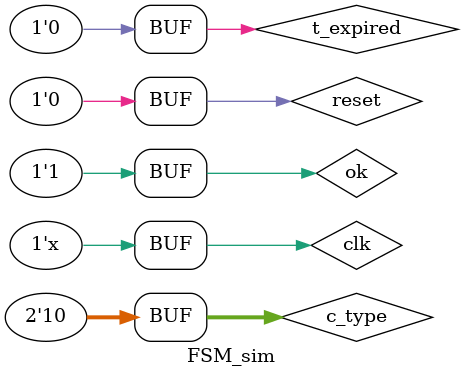
<source format=v>
`timescale 1ns / 1ps


module FSM_sim;

	// Inputs
	reg clk;
	reg ok;
	reg [1:0] c_type;
	reg t_expired;
	reg reset;

	// Outputs
	wire [2:0] ing_type;
	wire start_timer;
	wire [7:3] ingredientes;

	// Instantiate the Unit Under Test (UUT)
	FSM uut (
		.clk(clk), 
		.ok(ok), 
		.c_type(c_type), 
		.t_expired(t_expired), 
		.reset(reset), 
		.ing_type(ing_type), 
		.start_timer(start_timer), 
		.ingredientes(ingredientes)
	);

	initial begin
		// Initialize Inputs
		clk = 0;
		ok = 0;
		c_type = 0;
		t_expired = 0;
		reset = 0;

		// Wait 100 ns for global reset to finish
		#100;
        
		// Add stimulus here
		#10 c_type = 2;
		#10 ok = 1;
		#10 t_expired = 1;
		#10 t_expired = 0;
		#10 t_expired = 1;
		#10 t_expired = 0;
		#10 t_expired = 1;
		#10 t_expired = 0;
		#10 t_expired = 1;
		#10 t_expired = 0;
		#10 t_expired = 1;
		#10 t_expired = 0;
		
	end
	
	always 
		#5  clk =  ! clk; 
endmodule


</source>
